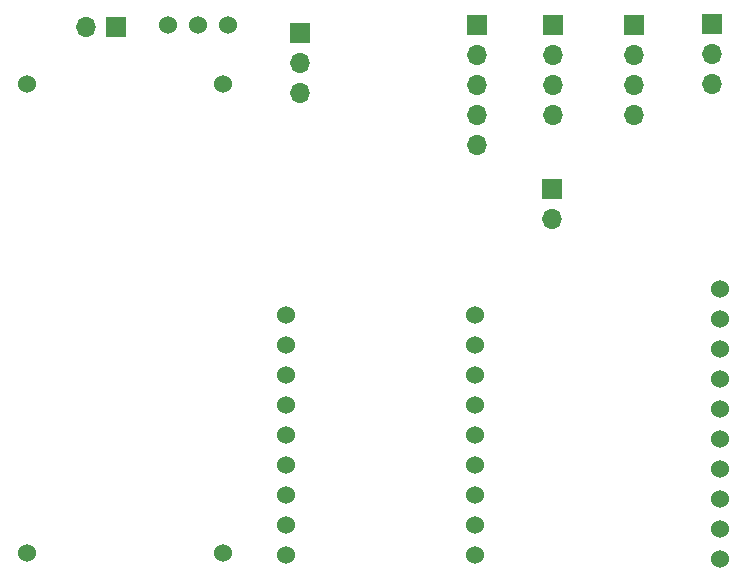
<source format=gbs>
G04 #@! TF.GenerationSoftware,KiCad,Pcbnew,7.0.10*
G04 #@! TF.CreationDate,2024-08-15T01:47:54-04:00*
G04 #@! TF.ProjectId,Mainboard PCB,4d61696e-626f-4617-9264-205043422e6b,rev?*
G04 #@! TF.SameCoordinates,Original*
G04 #@! TF.FileFunction,Soldermask,Bot*
G04 #@! TF.FilePolarity,Negative*
%FSLAX46Y46*%
G04 Gerber Fmt 4.6, Leading zero omitted, Abs format (unit mm)*
G04 Created by KiCad (PCBNEW 7.0.10) date 2024-08-15 01:47:54*
%MOMM*%
%LPD*%
G01*
G04 APERTURE LIST*
%ADD10R,1.700000X1.700000*%
%ADD11O,1.700000X1.700000*%
%ADD12C,1.524000*%
G04 APERTURE END LIST*
D10*
X65786000Y-15494000D03*
D11*
X65786000Y-18034000D03*
X65786000Y-20574000D03*
X65786000Y-23114000D03*
D10*
X58928000Y-15494000D03*
D11*
X58928000Y-18034000D03*
X58928000Y-20574000D03*
X58928000Y-23114000D03*
D10*
X58826000Y-29357000D03*
D11*
X58826000Y-31897000D03*
D10*
X37465000Y-16129000D03*
D11*
X37465000Y-18669000D03*
X37465000Y-21209000D03*
D12*
X73025000Y-60706000D03*
X73025000Y-58166000D03*
X73025000Y-55626000D03*
X73025000Y-53086000D03*
X73025000Y-50546000D03*
X73025000Y-48006000D03*
X73025000Y-45466000D03*
X73025000Y-42926000D03*
X73025000Y-40386000D03*
X73025000Y-37846000D03*
X14351000Y-20447000D03*
X30951000Y-20447000D03*
X14351000Y-60147000D03*
X30951000Y-60147000D03*
D10*
X72390000Y-15367000D03*
D11*
X72390000Y-17907000D03*
X72390000Y-20447000D03*
D12*
X26348000Y-15489000D03*
X28888000Y-15489000D03*
X31428000Y-15489000D03*
D10*
X21883000Y-15641000D03*
D11*
X19343000Y-15641000D03*
D10*
X52451000Y-15494000D03*
D11*
X52451000Y-18034000D03*
X52451000Y-20574000D03*
X52451000Y-23114000D03*
X52451000Y-25654000D03*
D12*
X36323000Y-40034000D03*
X36323000Y-42574000D03*
X36323000Y-45114000D03*
X36323000Y-47654000D03*
X36323000Y-50194000D03*
X36323000Y-52734000D03*
X36323000Y-55274000D03*
X36323000Y-57814000D03*
X36323000Y-60354000D03*
X52323000Y-60354000D03*
X52323000Y-57814000D03*
X52323000Y-55274000D03*
X52323000Y-52734000D03*
X52323000Y-50194000D03*
X52323000Y-47654000D03*
X52323000Y-45114000D03*
X52323000Y-42574000D03*
X52323000Y-40034000D03*
M02*

</source>
